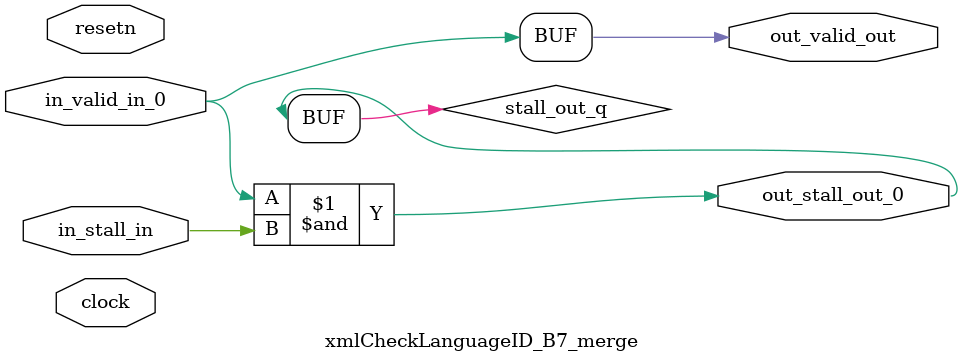
<source format=sv>



(* altera_attribute = "-name AUTO_SHIFT_REGISTER_RECOGNITION OFF; -name MESSAGE_DISABLE 10036; -name MESSAGE_DISABLE 10037; -name MESSAGE_DISABLE 14130; -name MESSAGE_DISABLE 14320; -name MESSAGE_DISABLE 15400; -name MESSAGE_DISABLE 14130; -name MESSAGE_DISABLE 10036; -name MESSAGE_DISABLE 12020; -name MESSAGE_DISABLE 12030; -name MESSAGE_DISABLE 12010; -name MESSAGE_DISABLE 12110; -name MESSAGE_DISABLE 14320; -name MESSAGE_DISABLE 13410; -name MESSAGE_DISABLE 113007; -name MESSAGE_DISABLE 10958" *)
module xmlCheckLanguageID_B7_merge (
    input wire [0:0] in_stall_in,
    input wire [0:0] in_valid_in_0,
    output wire [0:0] out_stall_out_0,
    output wire [0:0] out_valid_out,
    input wire clock,
    input wire resetn
    );

    wire [0:0] stall_out_q;


    // stall_out(LOGICAL,6)
    assign stall_out_q = in_valid_in_0 & in_stall_in;

    // out_stall_out_0(GPOUT,4)
    assign out_stall_out_0 = stall_out_q;

    // out_valid_out(GPOUT,5)
    assign out_valid_out = in_valid_in_0;

endmodule

</source>
